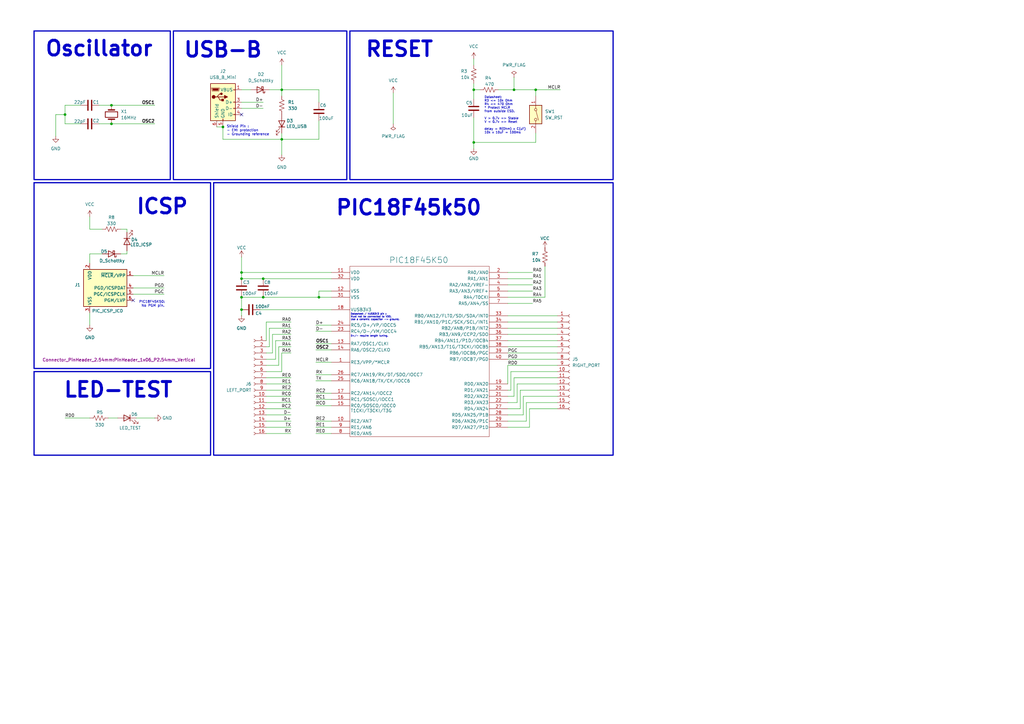
<source format=kicad_sch>
(kicad_sch (version 20250114) (generator "eeschema") (generator_version "9.0")
  (paper "A3")
  (lib_symbols
    (symbol "Connector:Conn_01x16_Socket" (pin_names (offset 1.016) (hide yes))
      (property "Reference" "J" (at 0 20.32 0))
      (property "Value" "Conn_01x16_Socket" (at 0 -22.86 0))
      (symbol "Conn_01x16_Socket_1_1"
        (polyline (pts (xy -1.27 17.78) (xy -0.508 17.78)) (stroke (width 0.1524)))
        (polyline (pts (xy -1.27 15.24) (xy -0.508 15.24)) (stroke (width 0.1524)))
        (polyline (pts (xy -1.27 12.7) (xy -0.508 12.7)) (stroke (width 0.1524)))
        (polyline (pts (xy -1.27 10.16) (xy -0.508 10.16)) (stroke (width 0.1524)))
        (polyline (pts (xy -1.27 7.62) (xy -0.508 7.62)) (stroke (width 0.1524)))
        (polyline (pts (xy -1.27 5.08) (xy -0.508 5.08)) (stroke (width 0.1524)))
        (polyline (pts (xy -1.27 2.54) (xy -0.508 2.54)) (stroke (width 0.1524)))
        (polyline (pts (xy -1.27 0) (xy -0.508 0)) (stroke (width 0.1524)))
        (polyline (pts (xy -1.27 -2.54) (xy -0.508 -2.54)) (stroke (width 0.1524)))
        (polyline (pts (xy -1.27 -5.08) (xy -0.508 -5.08)) (stroke (width 0.1524)))
        (polyline (pts (xy -1.27 -7.62) (xy -0.508 -7.62)) (stroke (width 0.1524)))
        (polyline (pts (xy -1.27 -10.16) (xy -0.508 -10.16)) (stroke (width 0.1524)))
        (polyline (pts (xy -1.27 -12.7) (xy -0.508 -12.7)) (stroke (width 0.1524)))
        (polyline (pts (xy -1.27 -15.24) (xy -0.508 -15.24)) (stroke (width 0.1524)))
        (polyline (pts (xy -1.27 -17.78) (xy -0.508 -17.78)) (stroke (width 0.1524)))
        (polyline (pts (xy -1.27 -20.32) (xy -0.508 -20.32)) (stroke (width 0.1524)))
        (arc (start 0 17.272) (mid -0.5058 17.78) (end 0 18.288) (stroke (width 0.1524)))
        (arc (start 0 14.732) (mid -0.5058 15.24) (end 0 15.748) (stroke (width 0.1524)))
        (arc (start 0 12.192) (mid -0.5058 12.7) (end 0 13.208) (stroke (width 0.1524)))
        (arc (start 0 9.652) (mid -0.5058 10.16) (end 0 10.668) (stroke (width 0.1524)))
        (arc (start 0 7.112) (mid -0.5058 7.62) (end 0 8.128) (stroke (width 0.1524)))
        (arc (start 0 4.572) (mid -0.5058 5.08) (end 0 5.588) (stroke (width 0.1524)))
        (arc (start 0 2.032) (mid -0.5058 2.54) (end 0 3.048) (stroke (width 0.1524)))
        (arc (start 0 -0.508) (mid -0.5058 0) (end 0 0.508) (stroke (width 0.1524)))
        (arc (start 0 -3.048) (mid -0.5058 -2.54) (end 0 -2.032) (stroke (width 0.1524)))
        (arc (start 0 -5.588) (mid -0.5058 -5.08) (end 0 -4.572) (stroke (width 0.1524)))
        (arc (start 0 -8.128) (mid -0.5058 -7.62) (end 0 -7.112) (stroke (width 0.1524)))
        (arc (start 0 -10.668) (mid -0.5058 -10.16) (end 0 -9.652) (stroke (width 0.1524)))
        (arc (start 0 -13.208) (mid -0.5058 -12.7) (end 0 -12.192) (stroke (width 0.1524)))
        (arc (start 0 -15.748) (mid -0.5058 -15.24) (end 0 -14.732) (stroke (width 0.1524)))
        (arc (start 0 -18.288) (mid -0.5058 -17.78) (end 0 -17.272) (stroke (width 0.1524)))
        (arc (start 0 -20.828) (mid -0.5058 -20.32) (end 0 -19.812) (stroke (width 0.1524)))
        (pin passive line (at -5.08 17.78 0) (length 3.81) (name "Pin_1") (number "1"))
        (pin passive line (at -5.08 15.24 0) (length 3.81) (name "Pin_2") (number "2"))
        (pin passive line (at -5.08 12.7 0) (length 3.81) (name "Pin_3") (number "3"))
        (pin passive line (at -5.08 10.16 0) (length 3.81) (name "Pin_4") (number "4"))
        (pin passive line (at -5.08 7.62 0) (length 3.81) (name "Pin_5") (number "5"))
        (pin passive line (at -5.08 5.08 0) (length 3.81) (name "Pin_6") (number "6"))
        (pin passive line (at -5.08 2.54 0) (length 3.81) (name "Pin_7") (number "7"))
        (pin passive line (at -5.08 0 0) (length 3.81) (name "Pin_8") (number "8"))
        (pin passive line (at -5.08 -2.54 0) (length 3.81) (name "Pin_9") (number "9"))
        (pin passive line (at -5.08 -5.08 0) (length 3.81) (name "Pin_10") (number "10"))
        (pin passive line (at -5.08 -7.62 0) (length 3.81) (name "Pin_11") (number "11"))
        (pin passive line (at -5.08 -10.16 0) (length 3.81) (name "Pin_12") (number "12"))
        (pin passive line (at -5.08 -12.7 0) (length 3.81) (name "Pin_13") (number "13"))
        (pin passive line (at -5.08 -15.24 0) (length 3.81) (name "Pin_14") (number "14"))
        (pin passive line (at -5.08 -17.78 0) (length 3.81) (name "Pin_15") (number "15"))
        (pin passive line (at -5.08 -20.32 0) (length 3.81) (name "Pin_16") (number "16"))
      )
    )
    (symbol "Connector:Conn_PIC_ICSP_ICD"
      (property "Reference" "J" (at 6.35 8.89 0))
      (property "Value" "Conn_PIC_ICSP_ICD" (at -8.89 -1.27 90))
      (symbol "Conn_PIC_ICSP_ICD_0_1"
        (rectangle (start -7.62 7.62) (end 10.16 -7.62) (stroke (width 0.254)) (fill (type background)))
      )
      (symbol "Conn_PIC_ICSP_ICD_1_1"
        (pin passive line (at -5.08 10.16 270) (length 2.54) (name "VDD") (number "2"))
        (pin power_in line (at -5.08 -10.16 90) (length 2.54) (name "VSS") (number "3"))
        (pin passive line (at 12.7 5.08 180) (length 2.54) (name "~{MCLR}/VPP") (number "1"))
        (pin bidirectional line (at 12.7 0 180) (length 2.54) (name "PGD/ICSPDAT") (number "4"))
        (pin output line (at 12.7 -2.54 180) (length 2.54) (name "PGC/ICSPCLK") (number "5"))
        (pin output line (at 12.7 -5.08 180) (length 2.54) (name "PGM/LVP") (number "6"))
      )
    )
    (symbol "Connector:USB_B_Mini" (pin_names (offset 1.016))
      (property "Reference" "J" (at -5.08 11.43 0))
      (property "Value" "USB_B_Mini" (at -5.08 8.89 0))
      (symbol "USB_B_Mini_0_1"
        (rectangle (start -5.08 -7.62) (end 5.08 7.62) (stroke (width 0.254)) (fill (type background)))
        (polyline (pts (xy -4.699 5.842) (xy -4.699 5.588) (xy -4.445 4.826) (xy -4.445 4.572) (xy -1.651 4.572) (xy -1.651 4.826) (xy -1.397 5.588) (xy -1.397 5.842) (xy -4.699 5.842)))
        (polyline (pts (xy -4.318 5.588) (xy -1.778 5.588) (xy -2.032 4.826) (xy -4.064 4.826) (xy -4.318 5.588)) (fill (type outline)))
        (circle (center -3.81 2.159) (radius 0.635) (stroke (width 0.254)) (fill (type outline)))
        (polyline (pts (xy -3.175 2.159) (xy -2.54 2.159) (xy -1.27 3.429) (xy -0.635 3.429)) (stroke (width 0.254)))
        (polyline (pts (xy -2.54 2.159) (xy -1.905 2.159) (xy -1.27 0.889) (xy 0 0.889)) (stroke (width 0.254)))
        (polyline (pts (xy -1.905 2.159) (xy 0.635 2.159)) (stroke (width 0.254)))
        (circle (center -0.635 3.429) (radius 0.381) (stroke (width 0.254)) (fill (type outline)))
        (rectangle (start -0.127 -7.62) (end 0.127 -6.858))
        (rectangle (start 0.254 1.27) (end -0.508 0.508) (stroke (width 0.254)) (fill (type outline)))
        (polyline (pts (xy 0.635 2.794) (xy 0.635 1.524) (xy 1.905 2.159) (xy 0.635 2.794)) (stroke (width 0.254)) (fill (type outline)))
        (rectangle (start 5.08 4.953) (end 4.318 5.207))
        (rectangle (start 5.08 -0.127) (end 4.318 0.127))
        (rectangle (start 5.08 -2.667) (end 4.318 -2.413))
        (rectangle (start 5.08 -5.207) (end 4.318 -4.953))
      )
      (symbol "USB_B_Mini_1_1"
        (pin passive line (at -2.54 -10.16 90) (length 2.54) (name "Shield") (number "6"))
        (pin power_out line (at 0 -10.16 90) (length 2.54) (name "GND") (number "5"))
        (pin power_out line (at 7.62 5.08 180) (length 2.54) (name "VBUS") (number "1"))
        (pin bidirectional line (at 7.62 0 180) (length 2.54) (name "D+") (number "3"))
        (pin bidirectional line (at 7.62 -2.54 180) (length 2.54) (name "D-") (number "2"))
        (pin passive line (at 7.62 -5.08 180) (length 2.54) (name "ID") (number "4"))
      )
    )
    (symbol "Device:C" (pin_numbers (hide yes)) (pin_names (offset 0.254))
      (property "Reference" "C" (at 0.635 2.54 0))
      (property "Value" "C" (at 0.635 -2.54 0))
      (symbol "C_0_1"
        (polyline (pts (xy -2.032 0.762) (xy 2.032 0.762)) (stroke (width 0.508)))
        (polyline (pts (xy -2.032 -0.762) (xy 2.032 -0.762)) (stroke (width 0.508)))
      )
      (symbol "C_1_1"
        (pin passive line (at 0 3.81 270) (length 2.794) (name "~") (number "1"))
        (pin passive line (at 0 -3.81 90) (length 2.794) (name "~") (number "2"))
      )
    )
    (symbol "Device:Crystal" (pin_numbers (hide yes)) (pin_names (offset 1.016) (hide yes))
      (property "Reference" "Y" (at 0 3.81 0))
      (property "Value" "Crystal" (at 0 -3.81 0))
      (symbol "Crystal_0_1"
        (polyline (pts (xy -2.54 0) (xy -1.905 0)))
        (polyline (pts (xy -1.905 -1.27) (xy -1.905 1.27)) (stroke (width 0.508)))
        (rectangle (start -1.143 2.54) (end 1.143 -2.54) (stroke (width 0.3048)))
        (polyline (pts (xy 1.905 -1.27) (xy 1.905 1.27)) (stroke (width 0.508)))
        (polyline (pts (xy 2.54 0) (xy 1.905 0)))
      )
      (symbol "Crystal_1_1"
        (pin passive line (at -3.81 0 0) (length 1.27) (name "1") (number "1"))
        (pin passive line (at 3.81 0 180) (length 1.27) (name "2") (number "2"))
      )
    )
    (symbol "Device:D_Schottky" (pin_numbers (hide yes)) (pin_names (offset 1.016) (hide yes))
      (property "Reference" "D" (at 0 2.54 0))
      (property "Value" "D_Schottky" (at 0 -2.54 0))
      (symbol "D_Schottky_0_1"
        (polyline (pts (xy -1.905 0.635) (xy -1.905 1.27) (xy -1.27 1.27) (xy -1.27 -1.27) (xy -0.635 -1.27) (xy -0.635 -0.635)) (stroke (width 0.254)))
        (polyline (pts (xy 1.27 1.27) (xy 1.27 -1.27) (xy -1.27 0) (xy 1.27 1.27)) (stroke (width 0.254)))
        (polyline (pts (xy 1.27 0) (xy -1.27 0)))
      )
      (symbol "D_Schottky_1_1"
        (pin passive line (at -3.81 0 0) (length 2.54) (name "K") (number "1"))
        (pin passive line (at 3.81 0 180) (length 2.54) (name "A") (number "2"))
      )
    )
    (symbol "Device:LED" (pin_numbers (hide yes)) (pin_names (offset 1.016) (hide yes))
      (property "Reference" "D" (at 0 2.54 0))
      (property "Value" "LED" (at 0 -2.54 0))
      (symbol "LED_0_1"
        (polyline (pts (xy -3.048 -0.762) (xy -4.572 -2.286) (xy -3.81 -2.286) (xy -4.572 -2.286) (xy -4.572 -1.524)))
        (polyline (pts (xy -1.778 -0.762) (xy -3.302 -2.286) (xy -2.54 -2.286) (xy -3.302 -2.286) (xy -3.302 -1.524)))
        (polyline (pts (xy -1.27 0) (xy 1.27 0)))
        (polyline (pts (xy -1.27 -1.27) (xy -1.27 1.27)) (stroke (width 0.254)))
        (polyline (pts (xy 1.27 -1.27) (xy 1.27 1.27) (xy -1.27 0) (xy 1.27 -1.27)) (stroke (width 0.254)))
      )
      (symbol "LED_1_1"
        (pin passive line (at -3.81 0 0) (length 2.54) (name "K") (number "1"))
        (pin passive line (at 3.81 0 180) (length 2.54) (name "A") (number "2"))
      )
    )
    (symbol "Device:R_US" (pin_numbers (hide yes)) (pin_names (offset 0))
      (property "Reference" "R" (at 2.54 0 90))
      (property "Value" "R_US" (at -2.54 0 90))
      (symbol "R_US_0_1"
        (polyline (pts (xy 0 2.286) (xy 0 2.54)))
        (polyline (pts (xy 0 2.286) (xy 1.016 1.905) (xy 0 1.524) (xy -1.016 1.143) (xy 0 0.762)))
        (polyline (pts (xy 0 0.762) (xy 1.016 0.381) (xy 0 0) (xy -1.016 -0.381) (xy 0 -0.762)))
        (polyline (pts (xy 0 -0.762) (xy 1.016 -1.143) (xy 0 -1.524) (xy -1.016 -1.905) (xy 0 -2.286)))
        (polyline (pts (xy 0 -2.286) (xy 0 -2.54)))
      )
      (symbol "R_US_1_1"
        (pin passive line (at 0 3.81 270) (length 1.27) (name "~") (number "1"))
        (pin passive line (at 0 -3.81 90) (length 1.27) (name "~") (number "2"))
      )
    )
    (symbol "PIC18F45K50_I_P:PIC18F45K50-I_P" (pin_names (offset 0.254))
      (property "Reference" "PIC18F45K50" (at 23.622 2.54 0))
      (symbol "PIC18F45K50-I_P_0_1"
        (polyline (pts (xy 7.62 0) (xy 7.62 -69.85)) (stroke (width 0.127)))
        (polyline (pts (xy 7.62 -69.85) (xy 64.77 -69.85)) (stroke (width 0.127)))
        (polyline (pts (xy 64.77 0) (xy 7.62 0)) (stroke (width 0.127)))
        (polyline (pts (xy 64.77 -69.85) (xy 64.77 0)) (stroke (width 0.127)))
      )
      (symbol "PIC18F45K50-I_P_1_1"
        (text private "1) VUSB3V3 = Power Output :\nPIC will provide regulated 3V3 \nderived from the USB's VBUS(5V). " (at -51.816 -3.556 0) (effects (font (size 1.27 1.27)) (justify left)))
        (text private "2) VDD/VSS pins = Power Input.\nSince they all depends on \nexternal power-supply." (at -51.816 -11.938 0) (effects (font (size 1.27 1.27)) (justify left)))
        (text private "2) MCLR = Power Input.\nUsed to reset MCU when :\npulled to a low-V / GND." (at -51.816 -21.082 0) (effects (font (size 1.27 1.27)) (justify left)))
        (pin power_in line (at 0 -2.54 0) (length 7.62) (name "VDD") (number "11"))
        (pin power_in line (at 0 -5.08 0) (length 7.62) (name "VDD") (number "32"))
        (pin power_in line (at 0 -10.16 0) (length 7.62) (name "VSS") (number "12"))
        (pin power_in line (at 0 -12.7 0) (length 7.62) (name "VSS") (number "31"))
        (pin power_out line (at 0 -17.78 0) (length 7.62) (name "VUSB3V3") (number "18"))
        (pin bidirectional line (at 0 -24.13 0) (length 7.62) (name "RC5/D+/VP/IOCC5") (number "24"))
        (pin bidirectional line (at 0 -26.67 0) (length 7.62) (name "RC4/D-/VM/IOCC4") (number "23"))
        (pin bidirectional line (at 0 -31.75 0) (length 7.62) (name "RA7/OSC1/CLKI") (number "13"))
        (pin bidirectional line (at 0 -34.29 0) (length 7.62) (name "RA6/OSC2/CLKO") (number "14"))
        (pin power_in line (at 0 -39.37 0) (length 7.62) (name "RE3/VPP/*MCLR") (number "1"))
        (pin bidirectional line (at 0 -44.45 0) (length 7.62) (name "RC7/AN19/RX/DT/SDO/IOCC7") (number "26"))
        (pin bidirectional line (at 0 -46.99 0) (length 7.62) (name "RC6/AN18/TX/CK/IOCC6") (number "25"))
        (pin bidirectional line (at 0 -52.07 0) (length 7.62) (name "RC2/AN14/IOCC2") (number "17"))
        (pin bidirectional line (at 0 -54.61 0) (length 7.62) (name "RC1/SOSCI/IOCC1") (number "16"))
        (pin bidirectional line (at 0 -57.15 0) (length 7.62) (name "\nRC0/SOSCO/IOCC0\nT1CKI/T3CKI/T3G") (number "15"))
        (pin bidirectional line (at 0 -63.5 0) (length 7.62) (name "RE2/AN7") (number "10"))
        (pin bidirectional line (at 0 -66.04 0) (length 7.62) (name "RE1/AN6") (number "9"))
        (pin bidirectional line (at 0 -68.58 0) (length 7.62) (name "RE0/AN5") (number "8"))
        (pin bidirectional line (at 72.39 -2.54 180) (length 7.62) (name "RA0/AN0") (number "2"))
        (pin bidirectional line (at 72.39 -5.08 180) (length 7.62) (name "RA1/AN1") (number "3"))
        (pin bidirectional line (at 72.39 -7.62 180) (length 7.62) (name "RA2/AN2/VREF-") (number "4"))
        (pin bidirectional line (at 72.39 -10.16 180) (length 7.62) (name "RA3/AN3/VREF+") (number "5"))
        (pin bidirectional line (at 72.39 -12.7 180) (length 7.62) (name "RA4/T0CKI") (number "6"))
        (pin bidirectional line (at 72.39 -15.24 180) (length 7.62) (name "RA5/AN4/SS") (number "7"))
        (pin bidirectional line (at 72.39 -20.32 180) (length 7.62) (name "RB0/AN12/FLT0/SDI/SDA/INT0") (number "33"))
        (pin bidirectional line (at 72.39 -22.86 180) (length 7.62) (name "RB1/AN10/P1C/SCK/SCL/INT1") (number "34"))
        (pin bidirectional line (at 72.39 -25.4 180) (length 7.62) (name "RB2/AN8/P1B/INT2") (number "35"))
        (pin bidirectional line (at 72.39 -27.94 180) (length 7.62) (name "RB3/AN9/CCP2/SDO") (number "36"))
        (pin bidirectional line (at 72.39 -30.48 180) (length 7.62) (name "RB4/AN11/P1D/IOCB4") (number "37"))
        (pin bidirectional line (at 72.39 -33.02 180) (length 7.62) (name "RB5/AN13/T1G/T3CKI/IOCB5") (number "38"))
        (pin bidirectional line (at 72.39 -35.56 180) (length 7.62) (name "RB6/IOCB6/PGC") (number "39"))
        (pin bidirectional line (at 72.39 -38.1 180) (length 7.62) (name "RB7/IOCB7/PGD") (number "40"))
        (pin bidirectional line (at 72.39 -48.26 180) (length 7.62) (name "RD0/AN20") (number "19"))
        (pin bidirectional line (at 72.39 -50.8 180) (length 7.62) (name "RD1/AN21") (number "20"))
        (pin bidirectional line (at 72.39 -53.34 180) (length 7.62) (name "RD2/AN22") (number "21"))
        (pin bidirectional line (at 72.39 -55.88 180) (length 7.62) (name "RD3/AN23") (number "22"))
        (pin bidirectional line (at 72.39 -58.42 180) (length 7.62) (name "RD4/AN24") (number "27"))
        (pin bidirectional line (at 72.39 -60.96 180) (length 7.62) (name "RD5/AN25/P1B") (number "28"))
        (pin bidirectional line (at 72.39 -63.5 180) (length 7.62) (name "RD6/AN26/P1C") (number "29"))
        (pin bidirectional line (at 72.39 -66.04 180) (length 7.62) (name "RD7/AN27/P1D") (number "30"))
      )
    )
    (symbol "Switch:SW_DIP_x01" (pin_names (offset 0) (hide yes))
      (property "Reference" "SW" (at 0 3.81 0))
      (property "Value" "SW_DIP_x01" (at 0 -3.81 0))
      (symbol "SW_DIP_x01_0_0"
        (circle (center -2.032 0) (radius 0.508))
        (polyline (pts (xy -1.524 0.127) (xy 2.3622 1.1684)))
        (circle (center 2.032 0) (radius 0.508))
      )
      (symbol "SW_DIP_x01_0_1"
        (rectangle (start -3.81 2.54) (end 3.81 -2.54) (stroke (width 0.254)) (fill (type background)))
      )
      (symbol "SW_DIP_x01_1_1"
        (pin passive line (at -7.62 0 0) (length 5.08) (name "~") (number "1"))
        (pin passive line (at 7.62 0 180) (length 5.08) (name "~") (number "2"))
      )
    )
    (symbol "power:GND" (power) (pin_numbers (hide yes)) (pin_names (offset 0) (hide yes))
      (property "Value" "GND" (at 0 -3.81 0))
      (symbol "GND_0_1"
        (polyline (pts (xy 0 0) (xy 0 -1.27) (xy 1.27 -1.27) (xy 0 -2.54) (xy -1.27 -1.27) (xy 0 -1.27)))
      )
      (symbol "GND_1_1"
        (pin power_in line (at 0 0 270) (length 0) (name "~") (number "1"))
      )
    )
    (symbol "power:PWR_FLAG" (power) (pin_numbers (hide yes)) (pin_names (offset 0) (hide yes))
      (property "Value" "PWR_FLAG" (at 0 3.81 0))
      (symbol "PWR_FLAG_0_0"
        (pin power_out line (at 0 0 90) (length 0) (name "~") (number "1"))
      )
      (symbol "PWR_FLAG_0_1"
        (polyline (pts (xy 0 0) (xy 0 1.27) (xy -1.016 1.905) (xy 0 2.54) (xy 1.016 1.905) (xy 0 1.27)))
      )
    )
    (symbol "power:VCC" (power) (pin_numbers (hide yes)) (pin_names (offset 0) (hide yes))
      (property "Value" "VCC" (at 0 3.556 0))
      (symbol "VCC_0_1"
        (polyline (pts (xy -0.762 1.27) (xy 0 2.54)))
        (polyline (pts (xy 0 2.54) (xy 0.762 1.27)))
        (polyline (pts (xy 0 0) (xy 0 2.54)))
      )
      (symbol "VCC_1_1"
        (pin power_in line (at 0 0 90) (length 0) (name "~") (number "1"))
      )
    )
  )
  (rectangle (start 13.97 152.4) (end 86.36 186.69) (stroke (width 0.5)))
  (rectangle (start 87.63 74.93) (end 251.46 186.69) (stroke (width 0.5)))
  (rectangle (start 143.51 12.7) (end 251.46 73.66) (stroke (width 0.5)))
  (rectangle (start 13.97 74.93) (end 86.36 151.13) (stroke (width 0.5)))
  (rectangle (start 13.97 12.7) (end 69.85 73.66) (stroke (width 0.5)))
  (rectangle (start 71.12 12.7) (end 142.24 73.66) (stroke (width 0.5)))
  (text "RESET" (at 163.83 20.32 0) (effects (font (size 6 6) (bold yes))))
  (text "USB-B" (at 91.44 20.574 0) (effects (font (size 6 6) (bold yes))))
  (text "D+/- require length tuning." (at 143.764 137.922 0) (effects (font (size 0.7 0.7)) (justify left)))
  (text "ICSP" (at 66.548 84.836 0) (effects (font (size 6 6) (bold yes))))
  (text "Shield Pin :\n- EMI protection\n- Grounding reference" (at 92.964 53.594 0) (effects (font (size 1 1)) (justify left)))
  (text "Datasheet / VUSB3V3 pin :\nMust not be connected to VDD.\nUse a ceramic capacitor -> ground." (at 143.764 130.048 0) (effects (font (size 0.7 0.7)) (justify left)))
  (text "LED-TEST" (at 48.514 160.02 0) (effects (font (size 6 6) (bold yes))))
  (text "Datasheet:\nR3 <= 10k Ohm\nR4 <= 470 Ohm\n* Protect MCLR\nfrom outside ESD.\n\nV > 0.7v => Stable\nV < 0.7v => Reset\n\ndelay = R(Ohm) x C(uF)\n10k x 10uF = 100ms" (at 198.628 47.244 0) (effects (font (size 0.9 0.9)) (justify left)))
  (text "Oscillator" (at 40.64 20.066 0) (effects (font (size 6 6) (bold yes))))
  (text "PIC18F45K50: \nNo PGM pin." (at 62.738 124.714 0) (effects (font (size 1 1))))
  (text "PIC18F45k50" (at 167.64 85.344 0) (effects (font (size 6 6) (bold yes))))
  (junction (at 194.31 36.83))
  (junction (at 26.67 46.99))
  (junction (at 115.57 36.83))
  (junction (at 99.06 121.92))
  (junction (at 107.95 114.3))
  (junction (at 107.95 121.92))
  (junction (at 45.72 43.18))
  (junction (at 99.06 111.76))
  (junction (at 45.72 50.8))
  (junction (at 210.82 36.83))
  (junction (at 194.31 58.42))
  (junction (at 115.57 57.15))
  (junction (at 91.44 52.07))
  (junction (at 99.06 127))
  (junction (at 219.71 36.83))
  (junction (at 130.81 121.92))
  (junction (at 99.06 114.3))
  (no_connect (at 99.06 46.99))
  (no_connect (at 54.61 123.19))
  (wire (pts (xy 26.67 43.18) (xy 33.02 43.18)))
  (wire (pts (xy 213.36 160.02) (xy 228.6 160.02)))
  (wire (pts (xy 114.3 149.86) (xy 109.22 149.86)))
  (wire (pts (xy 129.54 161.29) (xy 135.89 161.29)))
  (wire (pts (xy 119.38 177.8) (xy 109.22 177.8)))
  (wire (pts (xy 129.54 143.51) (xy 135.89 143.51)))
  (wire (pts (xy 194.31 58.42) (xy 219.71 58.42)))
  (wire (pts (xy 194.31 36.83) (xy 196.85 36.83)))
  (wire (pts (xy 208.28 132.08) (xy 228.6 132.08)))
  (wire (pts (xy 119.38 165.1) (xy 109.22 165.1)))
  (wire (pts (xy 194.31 60.96) (xy 194.31 58.42)))
  (wire (pts (xy 99.06 44.45) (xy 107.95 44.45)))
  (wire (pts (xy 129.54 172.72) (xy 135.89 172.72)))
  (wire (pts (xy 210.82 36.83) (xy 219.71 36.83)))
  (wire (pts (xy 210.82 154.94) (xy 228.6 154.94)))
  (wire (pts (xy 210.82 154.94) (xy 210.82 162.56)))
  (wire (pts (xy 129.54 177.8) (xy 135.89 177.8)))
  (wire (pts (xy 208.28 116.84) (xy 218.44 116.84)))
  (wire (pts (xy 208.28 121.92) (xy 223.52 121.92)))
  (wire (pts (xy 115.57 57.15) (xy 130.81 57.15)))
  (wire (pts (xy 52.07 93.98) (xy 52.07 95.25)))
  (wire (pts (xy 119.38 154.94) (xy 109.22 154.94)))
  (wire (pts (xy 63.5 171.45) (xy 55.88 171.45)))
  (wire (pts (xy 219.71 39.37) (xy 219.71 36.83)))
  (wire (pts (xy 213.36 160.02) (xy 213.36 167.64)))
  (wire (pts (xy 54.61 118.11) (xy 67.31 118.11)))
  (wire (pts (xy 208.28 149.86) (xy 228.6 149.86)))
  (wire (pts (xy 110.49 36.83) (xy 115.57 36.83)))
  (wire (pts (xy 26.67 43.18) (xy 26.67 46.99)))
  (wire (pts (xy 213.36 167.64) (xy 208.28 167.64)))
  (wire (pts (xy 111.76 144.78) (xy 109.22 144.78)))
  (wire (pts (xy 22.86 46.99) (xy 26.67 46.99)))
  (wire (pts (xy 217.17 167.64) (xy 217.17 175.26)))
  (wire (pts (xy 110.49 142.24) (xy 109.22 142.24)))
  (wire (pts (xy 223.52 109.22) (xy 223.52 121.92)))
  (wire (pts (xy 208.28 134.62) (xy 228.6 134.62)))
  (wire (pts (xy 107.95 121.92) (xy 130.81 121.92)))
  (wire (pts (xy 119.38 134.62) (xy 110.49 134.62)))
  (wire (pts (xy 208.28 147.32) (xy 228.6 147.32)))
  (wire (pts (xy 54.61 113.03) (xy 67.31 113.03)))
  (wire (pts (xy 113.03 147.32) (xy 109.22 147.32)))
  (wire (pts (xy 107.95 114.3) (xy 135.89 114.3)))
  (wire (pts (xy 45.72 43.18) (xy 63.5 43.18)))
  (wire (pts (xy 40.64 50.8) (xy 45.72 50.8)))
  (wire (pts (xy 115.57 57.15) (xy 115.57 63.5)))
  (wire (pts (xy 119.38 132.08) (xy 109.22 132.08)))
  (wire (pts (xy 135.89 121.92) (xy 130.81 121.92)))
  (wire (pts (xy 119.38 167.64) (xy 109.22 167.64)))
  (wire (pts (xy 36.83 88.9) (xy 36.83 93.98)))
  (wire (pts (xy 130.81 49.53) (xy 130.81 57.15)))
  (wire (pts (xy 214.63 170.18) (xy 208.28 170.18)))
  (wire (pts (xy 214.63 162.56) (xy 214.63 170.18)))
  (wire (pts (xy 26.67 171.45) (xy 36.83 171.45)))
  (wire (pts (xy 215.9 172.72) (xy 208.28 172.72)))
  (wire (pts (xy 208.28 137.16) (xy 228.6 137.16)))
  (wire (pts (xy 115.57 144.78) (xy 115.57 152.4)))
  (wire (pts (xy 44.45 171.45) (xy 48.26 171.45)))
  (wire (pts (xy 135.89 119.38) (xy 130.81 119.38)))
  (wire (pts (xy 91.44 57.15) (xy 115.57 57.15)))
  (wire (pts (xy 99.06 121.92) (xy 99.06 127)))
  (wire (pts (xy 208.28 111.76) (xy 218.44 111.76)))
  (wire (pts (xy 209.55 160.02) (xy 208.28 160.02)))
  (wire (pts (xy 130.81 121.92) (xy 130.81 119.38)))
  (wire (pts (xy 109.22 172.72) (xy 119.38 172.72)))
  (wire (pts (xy 208.28 119.38) (xy 218.44 119.38)))
  (wire (pts (xy 119.38 142.24) (xy 114.3 142.24)))
  (wire (pts (xy 119.38 160.02) (xy 109.22 160.02)))
  (wire (pts (xy 88.9 52.07) (xy 91.44 52.07)))
  (wire (pts (xy 52.07 104.14) (xy 49.53 104.14)))
  (wire (pts (xy 204.47 36.83) (xy 210.82 36.83)))
  (wire (pts (xy 219.71 54.61) (xy 219.71 58.42)))
  (wire (pts (xy 40.64 43.18) (xy 45.72 43.18)))
  (wire (pts (xy 129.54 148.59) (xy 135.89 148.59)))
  (wire (pts (xy 54.61 120.65) (xy 67.31 120.65)))
  (wire (pts (xy 212.09 157.48) (xy 228.6 157.48)))
  (wire (pts (xy 114.3 142.24) (xy 114.3 149.86)))
  (wire (pts (xy 129.54 153.67) (xy 135.89 153.67)))
  (wire (pts (xy 36.83 93.98) (xy 41.91 93.98)))
  (wire (pts (xy 26.67 46.99) (xy 26.67 50.8)))
  (wire (pts (xy 36.83 104.14) (xy 36.83 107.95)))
  (wire (pts (xy 115.57 39.37) (xy 115.57 36.83)))
  (wire (pts (xy 209.55 152.4) (xy 209.55 160.02)))
  (wire (pts (xy 129.54 135.89) (xy 135.89 135.89)))
  (wire (pts (xy 106.68 127) (xy 135.89 127)))
  (wire (pts (xy 45.72 50.8) (xy 63.5 50.8)))
  (wire (pts (xy 22.86 46.99) (xy 22.86 55.88)))
  (wire (pts (xy 99.06 121.92) (xy 107.95 121.92)))
  (wire (pts (xy 208.28 142.24) (xy 228.6 142.24)))
  (wire (pts (xy 209.55 152.4) (xy 228.6 152.4)))
  (wire (pts (xy 99.06 41.91) (xy 107.95 41.91)))
  (wire (pts (xy 129.54 166.37) (xy 135.89 166.37)))
  (wire (pts (xy 115.57 26.67) (xy 115.57 36.83)))
  (wire (pts (xy 41.91 104.14) (xy 36.83 104.14)))
  (wire (pts (xy 208.28 149.86) (xy 208.28 157.48)))
  (wire (pts (xy 109.22 132.08) (xy 109.22 139.7)))
  (wire (pts (xy 208.28 139.7) (xy 228.6 139.7)))
  (wire (pts (xy 215.9 165.1) (xy 228.6 165.1)))
  (wire (pts (xy 115.57 152.4) (xy 109.22 152.4)))
  (wire (pts (xy 208.28 144.78) (xy 228.6 144.78)))
  (wire (pts (xy 210.82 31.75) (xy 210.82 36.83)))
  (wire (pts (xy 129.54 156.21) (xy 135.89 156.21)))
  (wire (pts (xy 129.54 133.35) (xy 135.89 133.35)))
  (wire (pts (xy 111.76 137.16) (xy 111.76 144.78)))
  (wire (pts (xy 194.31 36.83) (xy 194.31 40.64)))
  (wire (pts (xy 129.54 140.97) (xy 135.89 140.97)))
  (wire (pts (xy 115.57 54.61) (xy 115.57 57.15)))
  (wire (pts (xy 129.54 175.26) (xy 135.89 175.26)))
  (wire (pts (xy 99.06 36.83) (xy 102.87 36.83)))
  (wire (pts (xy 99.06 105.41) (xy 99.06 111.76)))
  (wire (pts (xy 210.82 162.56) (xy 208.28 162.56)))
  (wire (pts (xy 119.38 144.78) (xy 115.57 144.78)))
  (wire (pts (xy 217.17 175.26) (xy 208.28 175.26)))
  (wire (pts (xy 208.28 129.54) (xy 228.6 129.54)))
  (wire (pts (xy 119.38 157.48) (xy 109.22 157.48)))
  (wire (pts (xy 99.06 111.76) (xy 135.89 111.76)))
  (wire (pts (xy 52.07 102.87) (xy 52.07 104.14)))
  (wire (pts (xy 119.38 137.16) (xy 111.76 137.16)))
  (wire (pts (xy 26.67 50.8) (xy 33.02 50.8)))
  (wire (pts (xy 119.38 162.56) (xy 109.22 162.56)))
  (wire (pts (xy 115.57 36.83) (xy 130.81 36.83)))
  (wire (pts (xy 49.53 93.98) (xy 52.07 93.98)))
  (wire (pts (xy 119.38 139.7) (xy 113.03 139.7)))
  (wire (pts (xy 91.44 52.07) (xy 91.44 57.15)))
  (wire (pts (xy 212.09 157.48) (xy 212.09 165.1)))
  (wire (pts (xy 113.03 139.7) (xy 113.03 147.32)))
  (wire (pts (xy 119.38 175.26) (xy 109.22 175.26)))
  (wire (pts (xy 99.06 111.76) (xy 99.06 114.3)))
  (wire (pts (xy 194.31 58.42) (xy 194.31 48.26)))
  (wire (pts (xy 215.9 165.1) (xy 215.9 172.72)))
  (wire (pts (xy 129.54 163.83) (xy 135.89 163.83)))
  (wire (pts (xy 208.28 124.46) (xy 218.44 124.46)))
  (wire (pts (xy 99.06 114.3) (xy 107.95 114.3)))
  (wire (pts (xy 208.28 114.3) (xy 218.44 114.3)))
  (wire (pts (xy 217.17 167.64) (xy 228.6 167.64)))
  (wire (pts (xy 36.83 128.27) (xy 36.83 133.35)))
  (wire (pts (xy 109.22 170.18) (xy 119.38 170.18)))
  (wire (pts (xy 219.71 36.83) (xy 229.87 36.83)))
  (wire (pts (xy 214.63 162.56) (xy 228.6 162.56)))
  (wire (pts (xy 161.29 38.1) (xy 161.29 50.8)))
  (wire (pts (xy 212.09 165.1) (xy 208.28 165.1)))
  (wire (pts (xy 194.31 34.29) (xy 194.31 36.83)))
  (wire (pts (xy 110.49 134.62) (xy 110.49 142.24)))
  (wire (pts (xy 194.31 24.13) (xy 194.31 26.67)))
  (wire (pts (xy 99.06 127) (xy 99.06 129.54)))
  (wire (pts (xy 130.81 41.91) (xy 130.81 36.83)))
  (label "D+" (at 107.95 41.91 180))
  (label "RE1" (at 119.38 157.48 180))
  (label "RC1" (at 129.54 163.83 0))
  (label "RC0" (at 129.54 166.37 0))
  (label "RA4" (at 218.44 121.92 0))
  (label "MCLR" (at 67.31 113.03 180))
  (label "RC2" (at 129.54 161.29 0))
  (label "PGC" (at 67.31 120.65 180))
  (label "RA5" (at 218.44 124.46 0))
  (label "OSC2" (at 129.54 143.51 0) (effects (font (bold yes))))
  (label "RA2" (at 119.38 137.16 180))
  (label "OSC2" (at 63.5 50.8 180) (effects (font (bold yes))))
  (label "RX" (at 119.38 177.8 180))
  (label "TX" (at 119.38 175.26 180))
  (label "MCLR" (at 129.54 148.59 0))
  (label "RA3" (at 119.38 139.7 180))
  (label "RA1" (at 218.44 114.3 0))
  (label "RE1" (at 129.54 175.26 0))
  (label "RA3" (at 218.44 119.38 0))
  (label "RA2" (at 218.44 116.84 0))
  (label "RE0" (at 119.38 154.94 180))
  (label "RC2" (at 119.38 167.64 180))
  (label "PGD" (at 208.28 147.32 0))
  (label "RD0" (at 26.67 171.45 0))
  (label "PGC" (at 208.28 144.78 0))
  (label "RX" (at 129.54 153.67 0))
  (label "RA0" (at 119.38 132.08 180))
  (label "RA5" (at 119.38 144.78 180))
  (label "RA0" (at 218.44 111.76 0))
  (label "OSC1" (at 63.5 43.18 180) (effects (font (bold yes))))
  (label "RE2" (at 129.54 172.72 0))
  (label "RA1" (at 119.38 134.62 180))
  (label "RE0" (at 129.54 177.8 0))
  (label "RC0" (at 119.38 162.56 180))
  (label "D+" (at 129.54 133.35 0))
  (label "D-" (at 119.38 170.18 180))
  (label "RD0" (at 208.28 149.86 0))
  (label "D-" (at 129.54 135.89 0))
  (label "PGD" (at 67.31 118.11 180))
  (label "RC1" (at 119.38 165.1 180))
  (label "OSC1" (at 129.54 140.97 0) (effects (font (bold yes))))
  (label "D-" (at 107.95 44.45 180))
  (label "MCLR" (at 229.87 36.83 180))
  (label "RE2" (at 119.38 160.02 180))
  (label "RA4" (at 119.38 142.24 180))
  (label "D+" (at 119.38 172.72 180))
  (label "TX" (at 129.54 156.21 0))
  (symbol (lib_id "Device:C") (at 99.06 118.11 0) (mirror y) (unit 1)
    (property "Reference" "C3" (at 102.362 115.824 0) (effects (justify left)))
    (property "Value" "100nF" (at 105.41 120.396 0) (effects (justify left)))
    (property "Footprint" "Capacitor_SMD:C_1206_3216Metric" (effects (hide yes)))
    (property "Description" "Unpolarized capacitor" (effects (hide yes)))
  )
  (symbol (lib_id "Device:LED") (at 115.57 50.8 270) (mirror x) (unit 1)
    (property "Reference" "D3" (at 118.872 49.53 90))
    (property "Value" "LED_USB" (at 121.666 51.816 90))
    (property "Footprint" "LED_SMD:LED_1206_3216Metric" (effects (hide yes)))
    (property "Description" "Light emitting diode" (effects (hide yes)))
  )
  (symbol (lib_id "Device:D_Schottky") (at 45.72 104.14 180) (unit 1)
    (property "Reference" "D5" (at 42.672 103.124 0))
    (property "Value" "D_Schottky" (at 45.974 106.934 0))
    (property "Footprint" "Diode_SMD:D_0603_1608Metric" (effects (hide yes)))
    (property "Description" "Schottky diode" (effects (hide yes)))
  )
  (symbol (lib_id "Device:C") (at 130.81 45.72 180) (unit 1)
    (property "Reference" "C6" (at 133.858 43.18 0) (effects (justify left)))
    (property "Value" "100uF" (at 136.906 48.514 0) (effects (justify left)))
    (property "Footprint" "Capacitor_SMD:C_1206_3216Metric" (effects (hide yes)))
    (property "Description" "Unpolarized capacitor" (effects (hide yes)))
  )
  (symbol (lib_id "Device:R_US") (at 194.31 30.48 0) (unit 1)
    (property "Reference" "R3" (at 188.976 29.21 0) (effects (justify left)))
    (property "Value" "10k" (at 188.976 31.75 0) (effects (justify left)))
    (property "Footprint" "Resistor_SMD:R_1206_3216Metric" (effects (hide yes)))
    (property "Description" "Resistor, US symbol" (effects (hide yes)))
  )
  (symbol (lib_id "power:GND") (at 36.83 133.35 0) (unit 1)
    (property "Reference" "#PWR02" (effects (hide yes)))
    (property "Value" "GND" (at 36.83 138.43 0))
    (property "Description" "Power symbol creates a global label with name \"GND\" , ground" (effects (hide yes)))
  )
  (symbol (lib_id "Switch:SW_DIP_x01") (at 219.71 46.99 270) (unit 1)
    (property "Reference" "SW1" (at 223.52 45.7199 90) (effects (justify left)))
    (property "Value" "SW_RST" (at 223.52 48.2599 90) (effects (justify left)))
    (property "Footprint" "Button_Switch_SMD:SW_Push_SPST_NO_Alps_SKRK" (effects (hide yes)))
    (property "Description" "1x DIP Switch, Single Pole Single Throw (SPST) switch, small symbol" (effects (hide yes)))
  )
  (symbol (lib_id "Device:R_US") (at 45.72 93.98 90) (unit 1)
    (property "Reference" "R8" (at 45.72 89.154 90))
    (property "Value" "330" (at 45.72 91.694 90))
    (property "Footprint" "Resistor_SMD:R_1206_3216Metric" (effects (hide yes)))
    (property "Description" "Resistor, US symbol" (effects (hide yes)))
  )
  (symbol (lib_id "power:PWR_FLAG") (at 210.82 31.75 0) (unit 1)
    (property "Reference" "#FLG01" (effects (hide yes)))
    (property "Value" "PWR_FLAG" (at 210.82 26.67 0))
    (property "Description" "Special symbol for telling ERC where power comes from" (effects (hide yes)))
  )
  (symbol (lib_id "Device:Crystal") (at 45.72 46.99 90) (unit 1)
    (property "Reference" "X1" (at 49.53 45.7199 90) (effects (justify right)))
    (property "Value" "16MHz" (at 49.53 48.2599 90) (effects (justify right)))
    (property "Footprint" "Crystal:Crystal_SMD_2520-4Pin_2.5x2.0mm" (effects (hide yes)))
    (property "Description" "Two pin crystal" (effects (hide yes)))
  )
  (symbol (lib_id "power:VCC") (at 194.31 24.13 0) (unit 1)
    (property "Reference" "#PWR04" (effects (hide yes)))
    (property "Value" "VCC" (at 194.31 19.05 0))
    (property "Description" "Power symbol creates a global label with name \"VCC\"" (effects (hide yes)))
  )
  (symbol (lib_id "power:GND") (at 194.31 60.96 0) (unit 1)
    (property "Reference" "#PWR05" (effects (hide yes)))
    (property "Value" "GND" (at 194.31 65.024 0))
    (property "Description" "Power symbol creates a global label with name \"GND\" , ground" (effects (hide yes)))
  )
  (symbol (lib_id "power:VCC") (at 161.29 38.1 0) (mirror y) (unit 1)
    (property "Reference" "#PWR012" (effects (hide yes)))
    (property "Value" "VCC" (at 161.29 33.02 0))
    (property "Description" "Power symbol creates a global label with name \"VCC\"" (effects (hide yes)))
  )
  (symbol (lib_id "Connector:Conn_01x16_Socket") (at 233.68 147.32 0) (unit 1)
    (property "Reference" "J5" (at 234.696 147.32 0) (effects (justify left)))
    (property "Value" "RIGHT_PORT" (at 234.696 149.86 0) (effects (justify left)))
    (property "Footprint" "Connector_PinHeader_2.54mm:PinHeader_1x16_P2.54mm_Vertical" (effects (hide yes)))
    (property "Description" "Generic connector, single row, 01x16, script generated" (effects (hide yes)))
  )
  (symbol (lib_id "Device:R_US") (at 115.57 43.18 0) (unit 1)
    (property "Reference" "R1" (at 118.11 41.9099 0) (effects (justify left)))
    (property "Value" "330" (at 118.11 44.4499 0) (effects (justify left)))
    (property "Footprint" "Resistor_SMD:R_1206_3216Metric" (effects (hide yes)))
    (property "Description" "Resistor, US symbol" (effects (hide yes)))
  )
  (symbol (lib_id "Device:C") (at 194.31 44.45 180) (unit 1)
    (property "Reference" "C5" (at 193.802 42.164 0) (effects (justify left)))
    (property "Value" "10uF" (at 194.056 47.244 0) (effects (justify left)))
    (property "Footprint" "Capacitor_SMD:C_1206_3216Metric" (effects (hide yes)))
    (property "Description" "Unpolarized capacitor" (effects (hide yes)))
  )
  (symbol (lib_id "power:GND") (at 115.57 63.5 0) (unit 1)
    (property "Reference" "#PWR06" (effects (hide yes)))
    (property "Value" "GND" (at 115.57 68.58 0))
    (property "Description" "Power symbol creates a global label with name \"GND\" , ground" (effects (hide yes)))
  )
  (symbol (lib_id "Connector:Conn_01x16_Socket") (at 104.14 157.48 0) (mirror y) (unit 1)
    (property "Reference" "J6" (at 103.124 157.48 0) (effects (justify left)))
    (property "Value" "LEFT_PORT" (at 103.124 160.02 0) (effects (justify left)))
    (property "Footprint" "Connector_PinHeader_2.54mm:PinHeader_1x16_P2.54mm_Vertical" (effects (hide yes)))
    (property "Description" "Generic connector, single row, 01x16, script generated" (effects (hide yes)))
  )
  (symbol (lib_id "Device:LED") (at 52.07 171.45 0) (mirror y) (unit 1)
    (property "Reference" "D6" (at 55.118 169.926 0))
    (property "Value" "LED_TEST" (at 53.34 175.514 0))
    (property "Footprint" "LED_SMD:LED_1206_3216Metric" (effects (hide yes)))
    (property "Description" "Light emitting diode" (effects (hide yes)))
  )
  (symbol (lib_id "Device:LED") (at 52.07 99.06 90) (mirror x) (unit 1)
    (property "Reference" "D4" (at 55.118 98.298 90))
    (property "Value" "LED_ICSP" (at 57.912 100.33 90))
    (property "Footprint" "LED_SMD:LED_1206_3216Metric" (effects (hide yes)))
    (property "Description" "Light emitting diode" (effects (hide yes)))
  )
  (symbol (lib_id "power:PWR_FLAG") (at 161.29 50.8 0) (mirror x) (unit 1)
    (property "Reference" "#FLG02" (effects (hide yes)))
    (property "Value" "PWR_FLAG" (at 161.29 55.88 0))
    (property "Description" "Special symbol for telling ERC where power comes from" (effects (hide yes)))
  )
  (symbol (lib_id "Device:C") (at 36.83 43.18 270) (mirror x) (unit 1)
    (property "Reference" "C1" (at 39.37 41.91 90))
    (property "Value" "22pF" (at 32.766 41.91 90))
    (property "Footprint" "Capacitor_SMD:C_1206_3216Metric" (effects (hide yes)))
    (property "Description" "Unpolarized capacitor" (effects (hide yes)))
  )
  (symbol (lib_id "power:GND") (at 63.5 171.45 90) (unit 1)
    (property "Reference" "#PWR10" (effects (hide yes)))
    (property "Value" "GND" (at 68.58 171.45 90))
    (property "Description" "Power symbol creates a global label with name \"GND\" , ground" (effects (hide yes)))
  )
  (symbol (lib_id "power:VCC") (at 115.57 26.67 0) (unit 1)
    (property "Reference" "#PWR08" (effects (hide yes)))
    (property "Value" "VCC" (at 115.57 21.59 0))
    (property "Description" "Power symbol creates a global label with name \"VCC\"" (effects (hide yes)))
  )
  (symbol (lib_id "power:VCC") (at 36.83 88.9 0) (unit 1)
    (property "Reference" "#PWR014" (effects (hide yes)))
    (property "Value" "VCC" (at 36.83 83.82 0))
    (property "Description" "Power symbol creates a global label with name \"VCC\"" (effects (hide yes)))
  )
  (symbol (lib_id "Device:C") (at 36.83 50.8 270) (mirror x) (unit 1)
    (property "Reference" "C2" (at 39.37 49.53 90))
    (property "Value" "22pF" (at 32.766 49.784 90))
    (property "Footprint" "Capacitor_SMD:C_1206_3216Metric" (effects (hide yes)))
    (property "Description" "Unpolarized capacitor" (effects (hide yes)))
  )
  (symbol (lib_id "power:VCC") (at 99.06 105.41 0) (unit 1)
    (property "Reference" "#PWR016" (effects (hide yes)))
    (property "Value" "VCC" (at 99.06 101.6 0))
    (property "Description" "Power symbol creates a global label with name \"VCC\"" (effects (hide yes)))
  )
  (symbol (lib_id "Connector:USB_B_Mini") (at 91.44 41.91 0) (unit 1)
    (property "Reference" "J2" (at 91.44 29.21 0))
    (property "Value" "USB_B_Mini" (at 91.44 31.75 0))
    (property "Footprint" "Connector_USB:USB_Mini-B_Tensility_54-00023_Vertical" (effects (hide yes)))
    (property "Description" "USB Mini Type B connector" (effects (hide yes)))
  )
  (symbol (lib_id "PIC18F45K50_I_P:PIC18F45K50-I_P") (at 135.89 109.22 0) (unit 1)
    (property "Reference" "PIC18F45K50" (at 159.512 106.68 0) (effects (font (size 2.4 2.4)) (justify left)))
    (property "Value" "PIC18F45K50-I/P" (effects (hide yes)))
    (property "Footprint" "Package_DFN_QFN:QFN-40-1EP_5x5mm_P0.4mm_EP3.6x3.6mm" (effects (hide yes)))
    (property "Datasheet" "PIC18F45K50-I/P" (effects (hide yes)))
    (property "Description" "32K Flash, 2048B SRAM, 256B EEPROM" (effects (hide yes)))
  )
  (symbol (lib_id "Device:R_US") (at 40.64 171.45 90) (unit 1)
    (property "Reference" "R5" (at 40.894 169.164 90))
    (property "Value" "330" (at 40.894 174.244 90))
    (property "Footprint" "Resistor_SMD:R_1206_3216Metric" (effects (hide yes)))
    (property "Description" "Resistor, US symbol" (effects (hide yes)))
  )
  (symbol (lib_id "Connector:Conn_PIC_ICSP_ICD") (at 41.91 118.11 0) (unit 1)
    (property "Reference" "J1" (at 33.02 116.8399 0) (effects (justify right)))
    (property "Value" "PIC_ICSP_ICD" (at 50.546 127.508 0) (effects (justify right)))
    (property "Footprint" "Connector_PinHeader_2.54mm:PinHeader_1x06_P2.54mm_Vertical" (at 48.768 147.574 0))
    (property "Datasheet" "http://ww1.microchip.com/downloads/en/devicedoc/30277d.pdf" (effects (hide yes)))
    (property "Description" "Microchip PIC In-Circuit Serial Programming/Debugging (ICSP/ICD) connector" (effects (hide yes)))
  )
  (symbol (lib_id "Device:C") (at 102.87 127 90) (mirror x) (unit 1)
    (property "Reference" "C4" (at 107.442 128.524 90) (effects (justify left)))
    (property "Value" "100nF" (at 110.744 125.73 90) (effects (justify left)))
    (property "Footprint" "Capacitor_SMD:C_1206_3216Metric" (effects (hide yes)))
    (property "Description" "Unpolarized capacitor" (effects (hide yes)))
  )
  (symbol (lib_id "Device:R_US") (at 200.66 36.83 270) (unit 1)
    (property "Reference" "R4" (at 198.882 32.004 90) (effects (justify left)))
    (property "Value" "470" (at 198.882 34.544 90) (effects (justify left)))
    (property "Footprint" "Resistor_SMD:R_1206_3216Metric" (effects (hide yes)))
    (property "Description" "Resistor, US symbol" (effects (hide yes)))
  )
  (symbol (lib_id "power:VCC") (at 223.52 101.6 0) (unit 1)
    (property "Reference" "#PWR03" (effects (hide yes)))
    (property "Value" "VCC" (at 223.52 97.79 0))
    (property "Description" "Power symbol creates a global label with name \"VCC\"" (effects (hide yes)))
  )
  (symbol (lib_id "Device:C") (at 107.95 118.11 0) (mirror y) (unit 1)
    (property "Reference" "C8" (at 110.998 115.824 0) (effects (justify left)))
    (property "Value" "100nF" (at 114.3 120.396 0) (effects (justify left)))
    (property "Footprint" "Capacitor_SMD:C_1206_3216Metric" (effects (hide yes)))
    (property "Description" "Unpolarized capacitor" (effects (hide yes)))
  )
  (symbol (lib_id "Device:R_US") (at 223.52 105.41 0) (unit 1)
    (property "Reference" "R7" (at 218.186 104.14 0) (effects (justify left)))
    (property "Value" "10k" (at 218.186 106.68 0) (effects (justify left)))
    (property "Footprint" "Resistor_SMD:R_1206_3216Metric" (effects (hide yes)))
    (property "Description" "Resistor, US symbol" (effects (hide yes)))
  )
  (symbol (lib_id "power:GND") (at 99.06 129.54 0) (unit 1)
    (property "Reference" "#PWR09" (effects (hide yes)))
    (property "Value" "GND" (at 99.06 134.62 0))
    (property "Description" "Power symbol creates a global label with name \"GND\" , ground" (effects (hide yes)))
  )
  (symbol (lib_id "power:GND") (at 22.86 55.88 0) (unit 1)
    (property "Reference" "#PWR01" (effects (hide yes)))
    (property "Value" "GND" (at 22.86 60.96 0))
    (property "Description" "Power symbol creates a global label with name \"GND\" , ground" (effects (hide yes)))
  )
  (symbol (lib_id "Device:D_Schottky") (at 106.68 36.83 180) (unit 1)
    (property "Reference" "D2" (at 106.9975 30.48 0))
    (property "Value" "D_Schottky" (at 106.9975 33.02 0))
    (property "Footprint" "Diode_SMD:D_0603_1608Metric" (effects (hide yes)))
    (property "Description" "Schottky diode" (effects (hide yes)))
  )
)
</source>
